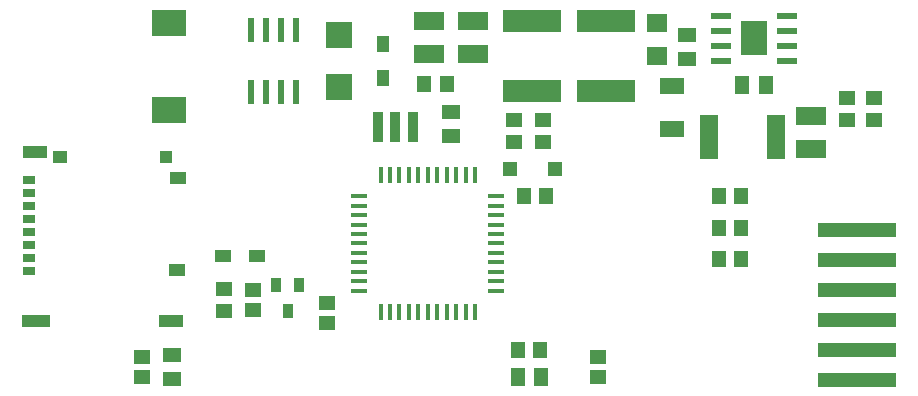
<source format=gtp>
G75*
G70*
%OFA0B0*%
%FSLAX24Y24*%
%IPPOS*%
%LPD*%
%AMOC8*
5,1,8,0,0,1.08239X$1,22.5*
%
%ADD10R,0.0157X0.0551*%
%ADD11R,0.0551X0.0157*%
%ADD12R,0.0551X0.0472*%
%ADD13R,0.0472X0.0591*%
%ADD14R,0.0906X0.0906*%
%ADD15R,0.0320X0.1040*%
%ADD16R,0.1929X0.0748*%
%ADD17R,0.0433X0.0551*%
%ADD18R,0.1024X0.0591*%
%ADD19R,0.0449X0.0276*%
%ADD20R,0.0453X0.0417*%
%ADD21R,0.0433X0.0417*%
%ADD22R,0.0827X0.0413*%
%ADD23R,0.0945X0.0413*%
%ADD24R,0.0551X0.0413*%
%ADD25R,0.0472X0.0551*%
%ADD26R,0.0197X0.0827*%
%ADD27R,0.1181X0.0866*%
%ADD28R,0.2611X0.0461*%
%ADD29R,0.0551X0.0433*%
%ADD30R,0.0354X0.0512*%
%ADD31R,0.0591X0.0472*%
%ADD32R,0.0909X0.1181*%
%ADD33R,0.0713X0.0201*%
%ADD34R,0.0630X0.1457*%
%ADD35R,0.0787X0.0551*%
%ADD36R,0.0669X0.0591*%
%ADD37R,0.0512X0.0512*%
D10*
X014697Y004317D03*
X015012Y004317D03*
X015327Y004317D03*
X015642Y004317D03*
X015957Y004317D03*
X016272Y004317D03*
X016587Y004317D03*
X016902Y004317D03*
X017217Y004317D03*
X017532Y004317D03*
X017847Y004317D03*
X017847Y008884D03*
X017532Y008884D03*
X017217Y008884D03*
X016902Y008884D03*
X016587Y008884D03*
X016272Y008884D03*
X015957Y008884D03*
X015642Y008884D03*
X015327Y008884D03*
X015012Y008884D03*
X014697Y008884D03*
D11*
X013989Y008175D03*
X013989Y007860D03*
X013989Y007545D03*
X013989Y007230D03*
X013989Y006915D03*
X013989Y006600D03*
X013989Y006285D03*
X013989Y005970D03*
X013989Y005655D03*
X013989Y005340D03*
X013989Y005025D03*
X018556Y005025D03*
X018556Y005340D03*
X018556Y005655D03*
X018556Y005970D03*
X018556Y006285D03*
X018556Y006600D03*
X018556Y006915D03*
X018556Y007230D03*
X018556Y007545D03*
X018556Y007860D03*
X018556Y008175D03*
D12*
X019151Y009964D03*
X019151Y010713D03*
X020101Y010713D03*
X020101Y009964D03*
X012901Y004623D03*
X012901Y003954D03*
X010451Y004384D03*
X010451Y005053D03*
X009475Y005087D03*
X009475Y004339D03*
X006751Y002823D03*
X006751Y002154D03*
X021941Y002151D03*
X021941Y002821D03*
X030251Y010714D03*
X030251Y011463D03*
X031151Y011463D03*
X031151Y010714D03*
D13*
X027545Y011889D03*
X026757Y011889D03*
X020056Y002135D03*
X019269Y002135D03*
D14*
X013313Y011800D03*
X013313Y013533D03*
D15*
X014601Y010470D03*
X015191Y010470D03*
X015781Y010470D03*
D16*
X019752Y011682D03*
X022212Y011677D03*
X022212Y014020D03*
X019752Y014025D03*
D17*
X014786Y013254D03*
X014786Y012113D03*
D18*
X016304Y012919D03*
X016304Y014022D03*
X017763Y014017D03*
X017763Y012914D03*
X029051Y010840D03*
X029051Y009737D03*
D19*
X002984Y008716D03*
X002984Y008283D03*
X002984Y007850D03*
X002984Y007417D03*
X002984Y006984D03*
X002984Y006550D03*
X002984Y006117D03*
X002984Y005684D03*
D20*
X004019Y009480D03*
D21*
X007547Y009480D03*
D22*
X003161Y009637D03*
X007696Y004015D03*
D23*
X003212Y004015D03*
D24*
X007925Y005708D03*
X007929Y008771D03*
D25*
X016152Y011903D03*
X016900Y011903D03*
X019477Y008189D03*
X020225Y008189D03*
X025965Y008174D03*
X026713Y008174D03*
X026711Y007126D03*
X025963Y007126D03*
X025966Y006083D03*
X026714Y006083D03*
X020025Y003039D03*
X019277Y003039D03*
D26*
X011871Y011655D03*
X011371Y011655D03*
X010871Y011655D03*
X010371Y011655D03*
X010371Y013702D03*
X010871Y013702D03*
X011371Y013702D03*
X011871Y013702D03*
D27*
X007651Y013952D03*
X007651Y011039D03*
D28*
X030581Y007059D03*
X030581Y006059D03*
X030581Y005059D03*
X030581Y004059D03*
X030581Y003059D03*
X030581Y002059D03*
D29*
X010592Y006185D03*
X009450Y006185D03*
D30*
X011227Y005222D03*
X011975Y005222D03*
X011601Y004355D03*
D31*
X007751Y002882D03*
X007751Y002095D03*
X017051Y010195D03*
X017051Y010982D03*
X024901Y012745D03*
X024901Y013532D03*
D32*
X027151Y013439D03*
D33*
X028246Y013689D03*
X028246Y014189D03*
X028246Y013189D03*
X028246Y012689D03*
X026057Y012689D03*
X026057Y013189D03*
X026057Y013689D03*
X026057Y014189D03*
D34*
X025629Y010139D03*
X027873Y010139D03*
D35*
X024401Y010430D03*
X024401Y011847D03*
D36*
X023901Y012837D03*
X023901Y013940D03*
D37*
X020499Y009089D03*
X019003Y009089D03*
M02*

</source>
